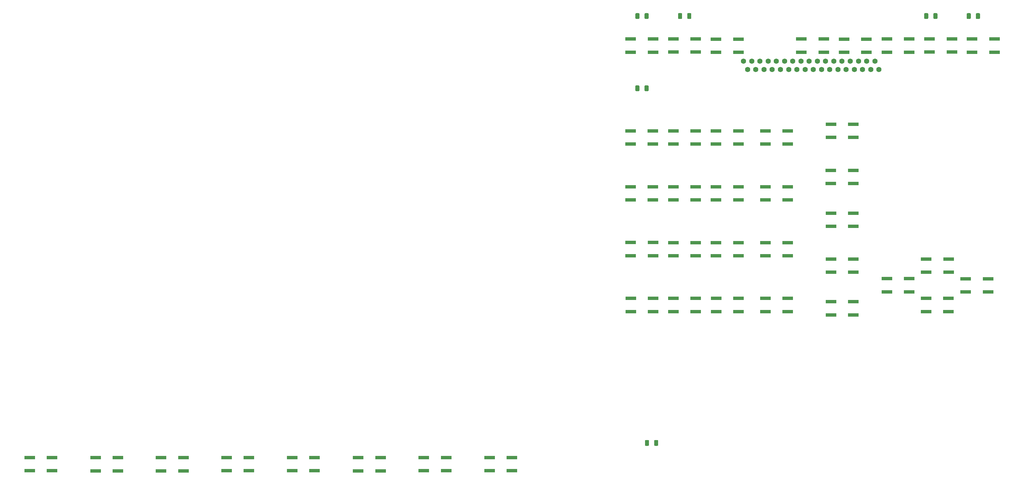
<source format=gbr>
%TF.GenerationSoftware,KiCad,Pcbnew,(5.1.9)-1*%
%TF.CreationDate,2021-03-26T19:35:24+01:00*%
%TF.ProjectId,UPL_Keyboard,55504c5f-4b65-4796-926f-6172642e6b69,2*%
%TF.SameCoordinates,Original*%
%TF.FileFunction,Soldermask,Top*%
%TF.FilePolarity,Negative*%
%FSLAX46Y46*%
G04 Gerber Fmt 4.6, Leading zero omitted, Abs format (unit mm)*
G04 Created by KiCad (PCBNEW (5.1.9)-1) date 2021-03-26 19:35:24*
%MOMM*%
%LPD*%
G01*
G04 APERTURE LIST*
%ADD10C,1.600000*%
%ADD11R,3.200400X0.990600*%
G04 APERTURE END LIST*
D10*
%TO.C,J1*%
X276115100Y-94107000D03*
X277365100Y-96607000D03*
X278615100Y-94107000D03*
X279865100Y-96607000D03*
X281115100Y-94107000D03*
X282365100Y-96607000D03*
X283615100Y-94107000D03*
X284865100Y-96607000D03*
X286115100Y-94107000D03*
X287365100Y-96607000D03*
X288615100Y-94107000D03*
X289865100Y-96607000D03*
X291115100Y-94107000D03*
X292365100Y-96607000D03*
X293615100Y-94107000D03*
X294865100Y-96607000D03*
X296115100Y-94107000D03*
X297365100Y-96607000D03*
X298615100Y-94107000D03*
X299865100Y-96607000D03*
X301115100Y-94107000D03*
X302365100Y-96607000D03*
X303615100Y-94107000D03*
X304865100Y-96607000D03*
X306115100Y-94107000D03*
X307365100Y-96607000D03*
X308615100Y-94107000D03*
X309865100Y-96607000D03*
X311115100Y-94107000D03*
X312365100Y-96607000D03*
X313615100Y-94107000D03*
X314865100Y-96607000D03*
X316115100Y-94107000D03*
X317365100Y-96607000D03*
%TD*%
D11*
%TO.C,SW41*%
X198760002Y-214819999D03*
X198760002Y-218820001D03*
X205559998Y-218820001D03*
X205559998Y-214819999D03*
%TD*%
%TO.C,SW40*%
X178760002Y-214799999D03*
X178760002Y-218800001D03*
X185559998Y-218800001D03*
X185559998Y-214799999D03*
%TD*%
%TO.C,SW39*%
X158780002Y-214859999D03*
X158780002Y-218860001D03*
X165579998Y-218860001D03*
X165579998Y-214859999D03*
%TD*%
%TO.C,SW38*%
X138700002Y-214839999D03*
X138700002Y-218840001D03*
X145499998Y-218840001D03*
X145499998Y-214839999D03*
%TD*%
%TO.C,SW37*%
X118710002Y-214839999D03*
X118710002Y-218840001D03*
X125509998Y-218840001D03*
X125509998Y-214839999D03*
%TD*%
%TO.C,SW36*%
X98750002Y-214849999D03*
X98750002Y-218850001D03*
X105549998Y-218850001D03*
X105549998Y-214849999D03*
%TD*%
%TO.C,SW35*%
X78800002Y-214849999D03*
X78800002Y-218850001D03*
X85599998Y-218850001D03*
X85599998Y-214849999D03*
%TD*%
%TO.C,SW34*%
X58730002Y-214829999D03*
X58730002Y-218830001D03*
X65529998Y-218830001D03*
X65529998Y-214829999D03*
%TD*%
%TO.C,SW33*%
X331740002Y-166339999D03*
X331740002Y-170340001D03*
X338539998Y-170340001D03*
X338539998Y-166339999D03*
%TD*%
%TO.C,SW32*%
X331760002Y-154359999D03*
X331760002Y-158360001D03*
X338559998Y-158360001D03*
X338559998Y-154359999D03*
%TD*%
%TO.C,SW31*%
X343790002Y-160349999D03*
X343790002Y-164350001D03*
X350589998Y-164350001D03*
X350589998Y-160349999D03*
%TD*%
%TO.C,SW30*%
X319750002Y-160319999D03*
X319750002Y-164320001D03*
X326549998Y-164320001D03*
X326549998Y-160319999D03*
%TD*%
%TO.C,SW29*%
X282770002Y-166329999D03*
X282770002Y-170330001D03*
X289569998Y-170330001D03*
X289569998Y-166329999D03*
%TD*%
%TO.C,SW28*%
X267780002Y-166339999D03*
X267780002Y-170340001D03*
X274579998Y-170340001D03*
X274579998Y-166339999D03*
%TD*%
%TO.C,SW27*%
X254750002Y-166349999D03*
X254750002Y-170350001D03*
X261549998Y-170350001D03*
X261549998Y-166349999D03*
%TD*%
%TO.C,SW26*%
X241790002Y-166339999D03*
X241790002Y-170340001D03*
X248589998Y-170340001D03*
X248589998Y-166339999D03*
%TD*%
%TO.C,SW25*%
X302780002Y-167349999D03*
X302780002Y-171350001D03*
X309579998Y-171350001D03*
X309579998Y-167349999D03*
%TD*%
%TO.C,SW24*%
X282750002Y-149349999D03*
X282750002Y-153350001D03*
X289549998Y-153350001D03*
X289549998Y-149349999D03*
%TD*%
%TO.C,SW23*%
X267740002Y-149339999D03*
X267740002Y-153340001D03*
X274539998Y-153340001D03*
X274539998Y-149339999D03*
%TD*%
%TO.C,SW22*%
X254750002Y-149339999D03*
X254750002Y-153340001D03*
X261549998Y-153340001D03*
X261549998Y-149339999D03*
%TD*%
%TO.C,SW21*%
X241750002Y-149329999D03*
X241750002Y-153330001D03*
X248549998Y-153330001D03*
X248549998Y-149329999D03*
%TD*%
%TO.C,SW20*%
X302740002Y-154349999D03*
X302740002Y-158350001D03*
X309539998Y-158350001D03*
X309539998Y-154349999D03*
%TD*%
%TO.C,SW19*%
X302780002Y-140369999D03*
X302780002Y-144370001D03*
X309579998Y-144370001D03*
X309579998Y-140369999D03*
%TD*%
%TO.C,SW18*%
X282760002Y-132339999D03*
X282760002Y-136340001D03*
X289559998Y-136340001D03*
X289559998Y-132339999D03*
%TD*%
%TO.C,SW17*%
X267760002Y-132349999D03*
X267760002Y-136350001D03*
X274559998Y-136350001D03*
X274559998Y-132349999D03*
%TD*%
%TO.C,SW16*%
X254760002Y-132339999D03*
X254760002Y-136340001D03*
X261559998Y-136340001D03*
X261559998Y-132339999D03*
%TD*%
%TO.C,SW15*%
X241730002Y-132349999D03*
X241730002Y-136350001D03*
X248529998Y-136350001D03*
X248529998Y-132349999D03*
%TD*%
%TO.C,SW14*%
X302710002Y-127329999D03*
X302710002Y-131330001D03*
X309509998Y-131330001D03*
X309509998Y-127329999D03*
%TD*%
%TO.C,SW13*%
X302760002Y-113319999D03*
X302760002Y-117320001D03*
X309559998Y-117320001D03*
X309559998Y-113319999D03*
%TD*%
%TO.C,SW12*%
X282760002Y-115339999D03*
X282760002Y-119340001D03*
X289559998Y-119340001D03*
X289559998Y-115339999D03*
%TD*%
%TO.C,SW11*%
X267740002Y-115319999D03*
X267740002Y-119320001D03*
X274539998Y-119320001D03*
X274539998Y-115319999D03*
%TD*%
%TO.C,SW10*%
X254740002Y-115329999D03*
X254740002Y-119330001D03*
X261539998Y-119330001D03*
X261539998Y-115329999D03*
%TD*%
%TO.C,SW9*%
X241730002Y-115339999D03*
X241730002Y-119340001D03*
X248529998Y-119340001D03*
X248529998Y-115339999D03*
%TD*%
%TO.C,SW8*%
X345740002Y-87339999D03*
X345740002Y-91340001D03*
X352539998Y-91340001D03*
X352539998Y-87339999D03*
%TD*%
%TO.C,SW7*%
X332770002Y-87329999D03*
X332770002Y-91330001D03*
X339569998Y-91330001D03*
X339569998Y-87329999D03*
%TD*%
%TO.C,SW6*%
X319750002Y-87339999D03*
X319750002Y-91340001D03*
X326549998Y-91340001D03*
X326549998Y-87339999D03*
%TD*%
%TO.C,SW5*%
X306740002Y-87359999D03*
X306740002Y-91360001D03*
X313539998Y-91360001D03*
X313539998Y-87359999D03*
%TD*%
%TO.C,SW4*%
X293750002Y-87349999D03*
X293750002Y-91350001D03*
X300549998Y-91350001D03*
X300549998Y-87349999D03*
%TD*%
%TO.C,SW3*%
X267750002Y-87359999D03*
X267750002Y-91360001D03*
X274549998Y-91360001D03*
X274549998Y-87359999D03*
%TD*%
%TO.C,SW2*%
X254740002Y-87329999D03*
X254740002Y-91330001D03*
X261539998Y-91330001D03*
X261539998Y-87329999D03*
%TD*%
%TO.C,SW1*%
X241750002Y-87349999D03*
X241750002Y-91350001D03*
X248549998Y-91350001D03*
X248549998Y-87349999D03*
%TD*%
%TO.C,LED_START1*%
G36*
G01*
X245985000Y-80975000D02*
X245985000Y-79725000D01*
G75*
G02*
X246235000Y-79475000I250000J0D01*
G01*
X246985000Y-79475000D01*
G75*
G02*
X247235000Y-79725000I0J-250000D01*
G01*
X247235000Y-80975000D01*
G75*
G02*
X246985000Y-81225000I-250000J0D01*
G01*
X246235000Y-81225000D01*
G75*
G02*
X245985000Y-80975000I0J250000D01*
G01*
G37*
G36*
G01*
X243185000Y-80975000D02*
X243185000Y-79725000D01*
G75*
G02*
X243435000Y-79475000I250000J0D01*
G01*
X244185000Y-79475000D01*
G75*
G02*
X244435000Y-79725000I0J-250000D01*
G01*
X244435000Y-80975000D01*
G75*
G02*
X244185000Y-81225000I-250000J0D01*
G01*
X243435000Y-81225000D01*
G75*
G02*
X243185000Y-80975000I0J250000D01*
G01*
G37*
%TD*%
%TO.C,LED_SINGLE1*%
G36*
G01*
X258975000Y-80965000D02*
X258975000Y-79715000D01*
G75*
G02*
X259225000Y-79465000I250000J0D01*
G01*
X259975000Y-79465000D01*
G75*
G02*
X260225000Y-79715000I0J-250000D01*
G01*
X260225000Y-80965000D01*
G75*
G02*
X259975000Y-81215000I-250000J0D01*
G01*
X259225000Y-81215000D01*
G75*
G02*
X258975000Y-80965000I0J250000D01*
G01*
G37*
G36*
G01*
X256175000Y-80965000D02*
X256175000Y-79715000D01*
G75*
G02*
X256425000Y-79465000I250000J0D01*
G01*
X257175000Y-79465000D01*
G75*
G02*
X257425000Y-79715000I0J-250000D01*
G01*
X257425000Y-80965000D01*
G75*
G02*
X257175000Y-81215000I-250000J0D01*
G01*
X256425000Y-81215000D01*
G75*
G02*
X256175000Y-80965000I0J250000D01*
G01*
G37*
%TD*%
%TO.C,LED_REMOTE1*%
G36*
G01*
X346875000Y-80975000D02*
X346875000Y-79725000D01*
G75*
G02*
X347125000Y-79475000I250000J0D01*
G01*
X347875000Y-79475000D01*
G75*
G02*
X348125000Y-79725000I0J-250000D01*
G01*
X348125000Y-80975000D01*
G75*
G02*
X347875000Y-81225000I-250000J0D01*
G01*
X347125000Y-81225000D01*
G75*
G02*
X346875000Y-80975000I0J250000D01*
G01*
G37*
G36*
G01*
X344075000Y-80975000D02*
X344075000Y-79725000D01*
G75*
G02*
X344325000Y-79475000I250000J0D01*
G01*
X345075000Y-79475000D01*
G75*
G02*
X345325000Y-79725000I0J-250000D01*
G01*
X345325000Y-80975000D01*
G75*
G02*
X345075000Y-81225000I-250000J0D01*
G01*
X344325000Y-81225000D01*
G75*
G02*
X344075000Y-80975000I0J250000D01*
G01*
G37*
%TD*%
%TO.C,LED_OUTPUT1*%
G36*
G01*
X333925000Y-80965000D02*
X333925000Y-79715000D01*
G75*
G02*
X334175000Y-79465000I250000J0D01*
G01*
X334925000Y-79465000D01*
G75*
G02*
X335175000Y-79715000I0J-250000D01*
G01*
X335175000Y-80965000D01*
G75*
G02*
X334925000Y-81215000I-250000J0D01*
G01*
X334175000Y-81215000D01*
G75*
G02*
X333925000Y-80965000I0J250000D01*
G01*
G37*
G36*
G01*
X331125000Y-80965000D02*
X331125000Y-79715000D01*
G75*
G02*
X331375000Y-79465000I250000J0D01*
G01*
X332125000Y-79465000D01*
G75*
G02*
X332375000Y-79715000I0J-250000D01*
G01*
X332375000Y-80965000D01*
G75*
G02*
X332125000Y-81215000I-250000J0D01*
G01*
X331375000Y-81215000D01*
G75*
G02*
X331125000Y-80965000I0J250000D01*
G01*
G37*
%TD*%
%TO.C,LED_GEN_OVRLD1*%
G36*
G01*
X248895000Y-210975000D02*
X248895000Y-209725000D01*
G75*
G02*
X249145000Y-209475000I250000J0D01*
G01*
X249895000Y-209475000D01*
G75*
G02*
X250145000Y-209725000I0J-250000D01*
G01*
X250145000Y-210975000D01*
G75*
G02*
X249895000Y-211225000I-250000J0D01*
G01*
X249145000Y-211225000D01*
G75*
G02*
X248895000Y-210975000I0J250000D01*
G01*
G37*
G36*
G01*
X246095000Y-210975000D02*
X246095000Y-209725000D01*
G75*
G02*
X246345000Y-209475000I250000J0D01*
G01*
X247095000Y-209475000D01*
G75*
G02*
X247345000Y-209725000I0J-250000D01*
G01*
X247345000Y-210975000D01*
G75*
G02*
X247095000Y-211225000I-250000J0D01*
G01*
X246345000Y-211225000D01*
G75*
G02*
X246095000Y-210975000I0J250000D01*
G01*
G37*
%TD*%
%TO.C,LED_DATA1*%
G36*
G01*
X245965000Y-102975000D02*
X245965000Y-101725000D01*
G75*
G02*
X246215000Y-101475000I250000J0D01*
G01*
X246965000Y-101475000D01*
G75*
G02*
X247215000Y-101725000I0J-250000D01*
G01*
X247215000Y-102975000D01*
G75*
G02*
X246965000Y-103225000I-250000J0D01*
G01*
X246215000Y-103225000D01*
G75*
G02*
X245965000Y-102975000I0J250000D01*
G01*
G37*
G36*
G01*
X243165000Y-102975000D02*
X243165000Y-101725000D01*
G75*
G02*
X243415000Y-101475000I250000J0D01*
G01*
X244165000Y-101475000D01*
G75*
G02*
X244415000Y-101725000I0J-250000D01*
G01*
X244415000Y-102975000D01*
G75*
G02*
X244165000Y-103225000I-250000J0D01*
G01*
X243415000Y-103225000D01*
G75*
G02*
X243165000Y-102975000I0J250000D01*
G01*
G37*
%TD*%
M02*

</source>
